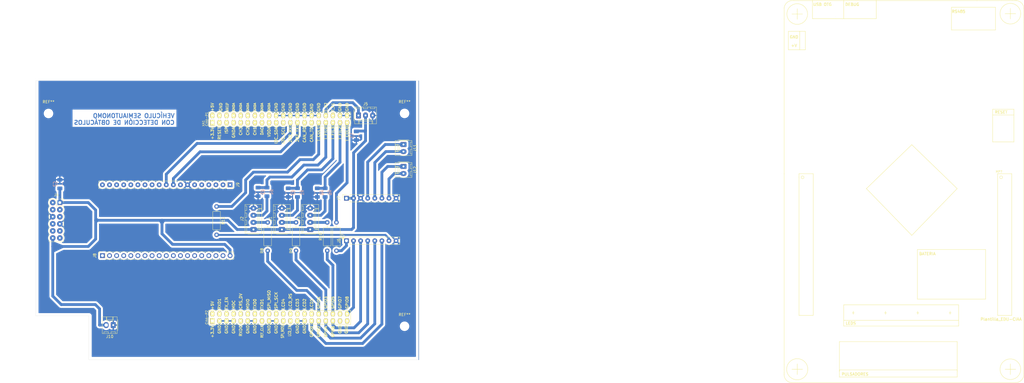
<source format=kicad_pcb>
(kicad_pcb (version 20241229) (generator "pcbnew") (generator_version "9.0")
  (layers (0 "F.Cu" signal) (2 "B.Cu" signal) (13 "F.Paste" user) (15 "B.Paste" user) (5 "F.SilkS" user "F.Silkscreen") (7 "B.SilkS" user "B.Silkscreen") (1 "F.Mask" user) (3 "B.Mask" user) (25 "Edge.Cuts" user))
  (net 0 "")
  (net 1 "Net-(J1-ECHO)")
  (net 2 "GND")
  (net 3 "Net-(J2-ECHO)")
  (net 4 "Net-(J3-ECHO)")
  (net 38 "3v3")
  (net 41 "TFIL2")
  (net 42 "TFIL3")
  (net 43 "TFIL0")
  (net 50 "Net-(J5-GNC)")
  (net 51 "GPIO6 AIN1")
  (net 52 "GPIO8 AIN2")
  (net 53 "GPIO2 BIN1")
  (net 54 "GPIO4 STBY")
  (net 55 "GPIO0 BIN2")
  (net 56 "vcc")
  (net 57 "TCOL1 PWMB")
  (net 58 "TCOL0 PWMA")
  (net 79 "D7  RS232_RX")
  (net 95 "D6  RS232_TX")
  (net 97 "B01")
  (net 98 "A02")
  (net 99 "B02")
  (net 100 "A01")
  (net 101 "DN1")
  (net 102 "SBU1")
  (net 103 "DP1")
  (net 104 "CC1")
  (net 105 "CC2")
  (net 106 "DN2")
  (net 107 "SBU2")
  (net 108 "DP2")
  (net 109 "GPIO3  TRIGGER 2")
  (net 110 "GPIO1 TRIGGER 1")
  (net 111 "GPIO5 TRIGGER 3")
  (net 112 "Net-(J1-trigger)")
  (net 113 "Net-(J2-trigger)")
  (net 114 "Net-(J3-trigger)")
  (net 115 "Net-(XA1A-tecCOL0)")
  (net 116 "Net-(XA1A-tecCOL1)")
  (footprint "Resistor_THT:R_Axial_DIN0207_L6.3mm_D2.5mm_P10.16mm_Horizontal" (layer "F.Cu") (at 152.4 85.217 -90)
    (property "Reference" "R11")
    (property "Value" "0")
  )
  (footprint "Connector_PinSocket_2.54mm:PinSocket_1x08_P2.54mm_Vertical" (layer "F.Cu") (at 198.897 82.271 90)
    (property "Reference" "J7")
    (property "Value" "Conn_01x08_Socket")
  )
  (footprint "Connector_PinSocket_2.54mm:PinSocket_1x19_P2.54mm_Vertical" (layer "F.Cu") (at 111.516 102.845 90)
    (property "Reference" "J8")
    (property "Value" "Conn_01x19")
  )
  (footprint "MountingHole:MountingHole_3.2mm_M3" (layer "F.Cu") (at 92.202 51.8668)
    (property "Reference" "REF**")
    (property "Value" "MountingHole_3.2mm_M3")
  )
  (footprint "Poncho_Esqueleto:Plantilla_EDU-CIAA" (layer "F.Cu") (at 433.37 74.75)
    (property "Reference" "MP?")
    (property "Value" "Plantilla_EDU-CIAA")
  )
  (footprint "Connector_Molex:Molex_KK-254_AE-6410-03A_1x03_P2.54mm_Vertical" (layer "F.Cu") (at 203.2 52.578)
    (property "Reference" "J5")
    (property "Value" "SERVO")
  )
  (footprint "Connector_Molex:Molex_KK-254_AE-6410-02A_1x02_P2.54mm_Vertical" (layer "F.Cu") (at 219.329 62.992 -90)
    (property "Reference" "J11")
    (property "Value" "Adafruit A")
  )
  (footprint "Connector_PinSocket_2.54mm:PinSocket_1x19_P2.54mm_Vertical" (layer "F.Cu") (at 157.236 77.445 -90)
    (property "Reference" "J9")
    (property "Value" "Conn_01x19")
  )
  (footprint "Connector_PinSocket_2.54mm:PinSocket_1x08_P2.54mm_Vertical" (layer "F.Cu") (at 198.897 97.511 90)
    (property "Reference" "J6")
    (property "Value" "Conn_01x08_Socket")
  )
  (footprint "Poncho_Esqueleto:Conn_Poncho_SinBorde" (layer "F.Cu") (at 150.876 55.1434 90)
    (property "Reference" "XA1")
    (property "Value" "Conn_Poncho2P_2x_20x2" (hide yes))
  )
  (footprint "Resistor_THT:R_Axial_DIN0207_L6.3mm_D2.5mm_P10.16mm_Horizontal" (layer "F.Cu") (at 195.326 90.932 -90)
    (property "Reference" "R7")
    (property "Value" "0")
  )
  (footprint "MountingHole:MountingHole_3.2mm_M3" (layer "F.Cu") (at 219.71 51.8414)
    (property "Reference" "REF**")
    (property "Value" "MountingHole_3.2mm_M3")
  )
  (footprint "Connector_Molex:Molex_KK-254_AE-6410-04A_1x04_P2.54mm_Vertical" (layer "F.Cu") (at 165.608 93.472 90)
    (property "Reference" "J2")
    (property "Value" "HC-sr04")
  )
  (footprint "Resistor_THT:R_Axial_DIN0207_L6.3mm_D2.5mm_P10.16mm_Horizontal" (layer "F.Cu") (at 170.688 101.092 90)
    (property "Reference" "R8")
    (property "Value" "0")
  )
  (footprint "Connector_Molex:Molex_KK-254_AE-6410-02A_1x02_P2.54mm_Vertical" (layer "F.Cu") (at 115.39 127.75 180)
    (property "Reference" "J10")
    (property "Value" "vcc Edu ciaa")
  )
  (footprint "Connector_PinSocket_2.54mm:PinSocket_2x06_P2.54mm_Vertical" (layer "F.Cu") (at 96.266 83.82)
    (property "Reference" "J4")
    (property "Value" "usb c socket")
  )
  (footprint "Resistor_THT:R_Axial_DIN0207_L6.3mm_D2.5mm_P10.16mm_Horizontal" (layer "F.Cu") (at 192.024 101.092 90)
    (property "Reference" "R10")
    (property "Value" "0")
  )
  (footprint "Connector_Molex:Molex_KK-254_AE-6410-02A_1x02_P2.54mm_Vertical" (layer "F.Cu") (at 219.329 70.866 -90)
    (property "Reference" "J12")
    (property "Value" "Adafruit B")
  )
  (footprint "Resistor_THT:R_Axial_DIN0207_L6.3mm_D2.5mm_P10.16mm_Horizontal" (layer "F.Cu") (at 180.848 101.092 90)
    (property "Reference" "R9")
    (property "Value" "0")
  )
  (footprint "MountingHole:MountingHole_3.2mm_M3" (layer "F.Cu") (at 219.71 128.1684)
    (property "Reference" "REF**")
    (property "Value" "MountingHole_3.2mm_M3")
  )
  (footprint "Connector_Molex:Molex_KK-254_AE-6410-04A_1x04_P2.54mm_Vertical" (layer "F.Cu") (at 175.788 93.472 90)
    (property "Reference" "J1")
    (property "Value" "HC-sr04")
  )
  (footprint "Connector_Molex:Molex_KK-254_AE-6410-04A_1x04_P2.54mm_Vertical" (layer "F.Cu") (at 185.928 93.472 90)
    (property "Reference" "J3")
    (property "Value" "HC-sr04")
  )
  (footprint "Resistor_SMD:R_1206_3216Metric_Pad1.30x1.75mm_HandSolder" (layer "B.Cu") (at 181.356 80.238 90)
    (property "Reference" "R1")
    (property "Value" "10k")
  )
  (footprint "Resistor_SMD:R_1206_3216Metric_Pad1.30x1.75mm_HandSolder" (layer "B.Cu") (at 178.054 80.238 90)
    (property "Reference" "R2")
    (property "Value" "20k")
  )
  (footprint "Capacitor_SMD:C_1206_3216Metric_Pad1.33x1.80mm_HandSolder" (layer "B.Cu") (at 96.266 77.1775 -90)
    (property "Reference" "C2")
    (property "Value" "C")
  )
  (footprint "Resistor_SMD:R_1206_3216Metric_Pad1.30x1.75mm_HandSolder" (layer "B.Cu") (at 170.434 79.984 90)
    (property "Reference" "R4")
    (property "Value" "10k")
  )
  (footprint "Resistor_SMD:R_1206_3216Metric_Pad1.30x1.75mm_HandSolder" (layer "B.Cu") (at 167.259 79.984 90)
    (property "Reference" "R3")
    (property "Value" "20k")
  )
  (footprint "Capacitor_SMD:C_1206_3216Metric_Pad1.33x1.80mm_HandSolder" (layer "B.Cu") (at 202.438 59.8555 -90)
    (property "Reference" "C1")
    (property "Value" "C")
  )
  (footprint "Resistor_SMD:R_1206_3216Metric_Pad1.30x1.75mm_HandSolder" (layer "B.Cu") (at 188.468 80.238 90)
    (property "Reference" "R5")
    (property "Value" "20k")
  )
  (footprint "Resistor_SMD:R_1206_3216Metric_Pad1.30x1.75mm_HandSolder" (layer "B.Cu") (at 191.262 80.238 90)
    (property "Reference" "R6")
    (property "Value" "10k")
  )
  (gr_line (start 224.79 90.18) (end 224.79 140.18) (stroke (width 0.2)) (layer "B.Cu"))
  (gr_line (start 224.79 90.18) (end 224.79 40.18) (stroke (width 0.2)) (layer "B.Cu"))
  (gr_line (start 224.79 140.15) (end 106.68 140.15) (stroke (width 0.05)) (layer "Edge.Cuts"))
  (gr_line (start 87.63 55.88) (end 87.63 124.46) (stroke (width 0.05)) (layer "Edge.Cuts"))
  (gr_line (start 87.63 40.15) (end 224.79 40.15) (stroke (width 0.05)) (layer "Edge.Cuts"))
  (gr_line (start 87.63 124.46) (end 106.68 124.46) (stroke (width 0.05)) (layer "Edge.Cuts"))
  (gr_line (start 106.68 124.46) (end 106.68 140.15) (stroke (width 0.05)) (layer "Edge.Cuts"))
  (gr_line (start 87.63 40.15) (end 87.63 55.88) (stroke (width 0.05)) (layer "Edge.Cuts"))
  (gr_line (start 224.79 40.15) (end 224.79 140.15) (stroke (width 0.05)) (layer "Edge.Cuts"))
  (gr_text "VEHÍCULO SEMIAUTONOMO\nCON DETECCIÓN DE OBTÁCULOS" (at 137.5 56 0) (layer "B.Cu") (effects (font (size 1.5 1.5) (thickness 0.3) (bold yes)) (justify left bottom mirror)))
  (gr_text "CAN_TD" (at 186.436 59.4614 90) (layer "F.SilkS") (effects (font (size 1 1) (thickness 0.2))))
  (segment (start 176.022 88.392) (end 179.578 88.392) (width 1) (layer "B.Cu") (net 1))
  (segment (start 181.356 86.614) (end 181.356 81.788) (width 1) (layer "B.Cu") (net 1))
  (segment (start 179.578 88.392) (end 181.356 86.614) (width 1) (layer "B.Cu") (net 1))
  (segment (start 168.91 88.392) (end 170.434 86.868) (width 1) (layer "B.Cu") (net 3))
  (segment (start 165.608 88.392) (end 168.91 88.392) (width 1) (layer "B.Cu") (net 3))
  (segment (start 170.434 86.868) (end 170.434 81.534) (width 1) (layer "B.Cu") (net 3))
  (segment (start 191.262 86.868) (end 191.262 81.788) (width 1) (layer "B.Cu") (net 4))
  (segment (start 185.928 88.392) (end 189.738 88.392) (width 1) (layer "B.Cu") (net 4))
  (segment (start 189.738 88.392) (end 191.262 86.868) (width 1) (layer "B.Cu") (net 4))
  (segment (start 191.262 78.688) (end 188.468 78.688) (width 1) (layer "B.Cu") (net 41))
  (segment (start 196.596 69.342) (end 196.596 55.1434) (width 1) (layer "B.Cu") (net 41))
  (segment (start 191.262 74.676) (end 196.596 69.342) (width 1) (layer "B.Cu") (net 41))
  (segment (start 191.262 78.688) (end 191.262 74.676) (width 1) (layer "B.Cu") (net 41))
  (segment (start 181.356 75.692) (end 184.948 72.1) (width 1) (layer "B.Cu") (net 42))
  (segment (start 181.356 78.688) (end 181.356 75.692) (width 1) (layer "B.Cu") (net 42))
  (segment (start 181.356 78.688) (end 178.054 78.688) (width 1) (layer "B.Cu") (net 42))
  (segment (start 184.948 72.1) (end 190.028 72.1) (width 1) (layer "B.Cu") (net 42))
  (segment (start 194.056 68.072) (end 194.056 55.1434) (width 1) (layer "B.Cu") (net 42))
  (segment (start 190.028 72.1) (end 194.056 68.072) (width 1) (layer "B.Cu") (net 42))
  (segment (start 170.434 78.434) (end 167.259 78.434) (width 1) (layer "B.Cu") (net 43))
  (segment (start 179.324 74.676) (end 183.642 70.358) (width 1) (layer "B.Cu") (net 43))
  (segment (start 170.434 78.434) (end 170.434 75.692) (width 1) (layer "B.Cu") (net 43))
  (segment (start 171.45 74.676) (end 179.324 74.676) (width 1) (layer "B.Cu") (net 43))
  (segment (start 191.516 67.564) (end 191.516 55.1434) (width 1) (layer "B.Cu") (net 43))
  (segment (start 170.434 75.692) (end 171.45 74.676) (width 1) (layer "B.Cu") (net 43))
  (segment (start 188.722 70.358) (end 191.516 67.564) (width 1) (layer "B.Cu") (net 43))
  (segment (start 183.642 70.358) (end 188.722 70.358) (width 1) (layer "B.Cu") (net 43))
  (segment (start 191.516 50.546) (end 194.072 47.99) (width 1) (layer "B.Cu") (net 50))
  (segment (start 191.516 52.6034) (end 191.516 50.546) (width 1) (layer "B.Cu") (net 50))
  (segment (start 201.16 47.99) (end 203.2 50.03) (width 1) (layer "B.Cu") (net 50))
  (segment (start 203.2 50.03) (end 203.2 52.578) (width 1) (layer "B.Cu") (net 50))
  (segment (start 194.072 47.99) (end 201.16 47.99) (width 1) (layer "B.Cu") (net 50))
  (segment (start 194.056 126.2634) (end 194.056 127.746) (width 1) (layer "B.Cu") (net 51))
  (segment (start 195.05 128.74) (end 201.63 128.74) (width 1) (layer "B.Cu") (net 51))
  (segment (start 203.977 126.393) (end 203.977 97.511) (width 1) (layer "B.Cu") (net 51))
  (segment (start 194.056 127.746) (end 195.05 128.74) (width 1) (layer "B.Cu") (net 51))
  (segment (start 201.63 128.74) (end 203.977 126.393) (width 1) (layer "B.Cu") (net 51))
  (segment (start 201.437 121.4224) (end 201.437 97.511) (width 1) (layer "B.Cu") (net 52))
  (segment (start 199.136 123.7234) (end 201.437 121.4224) (width 1) (layer "B.Cu") (net 52))
  (segment (start 188.976 126.2634) (end 188.976 128.196) (width 1) (layer "B.Cu") (net 53))
  (segment (start 203.93 132.43) (end 209.057 127.303) (width 1) (layer "B.Cu") (net 53))
  (segment (start 188.976 128.196) (end 193.21 132.43) (width 1) (layer "B.Cu") (net 53))
  (segment (start 193.21 132.43) (end 203.93 132.43) (width 1) (layer "B.Cu") (net 53))
  (segment (start 209.057 127.303) (end 209.057 97.511) (width 1) (layer "B.Cu") (net 53))
  (segment (start 206.517 127.303) (end 206.517 97.511) (width 1) (layer "B.Cu") (net 54))
  (segment (start 193.951865 130.52) (end 203.3 130.52) (width 1) (layer "B.Cu") (net 54))
  (segment (start 203.3 130.52) (end 206.517 127.303) (width 1) (layer "B.Cu") (net 54))
  (segment (start 191.516 126.2634) (end 191.516 128.084135) (width 1) (layer "B.Cu") (net 54))
  (segment (start 191.516 128.084135) (end 193.951865 130.52) (width 1) (layer "B.Cu") (net 54))
  (segment (start 186.436 126.2634) (end 186.436 129.235712) (width 1) (layer "B.Cu") (net 55))
  (segment (start 191.540288 134.34) (end 204.69 134.34) (width 1) (layer "B.Cu") (net 55))
  (segment (start 204.69 134.34) (end 211.597 127.433) (width 1) (layer "B.Cu") (net 55))
  (segment (start 211.597 127.433) (end 211.597 97.511) (width 1) (layer "B.Cu") (net 55))
  (segment (start 186.436 129.235712) (end 191.540288 134.34) (width 1) (layer "B.Cu") (net 55))
  (segment (start 109.093 86.487) (end 106.426 83.82) (width 1) (layer "B.Cu") (net 56))
  (segment (start 93.726 96.52) (end 93.726 99.568) (width 1) (layer "B.Cu") (net 56))
  (segment (start 201.4728 82.2352) (end 201.4728 65.9384) (width 1) (layer "B.Cu") (net 56))
  (segment (start 109.093 90.17) (end 109.093 96.901) (width 1) (layer "B.Cu") (net 56))
  (segment (start 157.226 100.711) (end 155.321 98.806) (width 1) (layer "B.Cu") (net 56))
  (segment (start 157.236 102.845) (end 157.226 102.835) (width 1) (layer "B.Cu") (net 56))
  (segment (start 201.4728 65.9384) (end 205.74 61.6712) (width 1) (layer "B.Cu") (net 56))
  (segment (start 159.766 93.472) (end 156.464 90.17) (width 1) (layer "B.Cu") (net 56))
  (segment (start 201.437 92.822) (end 201.437 82.271) (width 1) (layer "B.Cu") (net 56))
  (segment (start 110.495 121.925) (end 110.495 127.742) (width 1) (layer "B.Cu") (net 56))
  (segment (start 93.726 99.568) (end 93.726 117.348) (width 1) (layer "B.Cu") (net 56))
  (segment (start 185.928 93.472) (end 200.787 93.472) (width 1) (layer "B.Cu") (net 56))
  (segment (start 96.266 78.74) (end 96.266 83.82) (width 1) (layer "B.Cu") (net 56))
  (segment (start 109.093 96.901) (end 106.426 99.568) (width 1) (layer "B.Cu") (net 56))
  (segment (start 200.787 93.472) (end 201.437 92.822) (width 1) (layer "B.Cu") (net 56))
  (segment (start 132.842 90.17) (end 109.093 90.17) (width 1) (layer "B.Cu") (net 56))
  (segment (start 106.426 99.568) (end 93.726 99.568) (width 1) (layer "B.Cu") (net 56))
  (segment (start 201.437 82.271) (end 201.295 82.129) (width 1) (layer "B.Cu") (net 56))
  (segment (start 203.2 58.166) (end 205.613 58.166) (width 1) (layer "B.Cu") (net 56))
  (segment (start 132.842 94.996) (end 132.842 90.17) (width 1) (layer "B.Cu") (net 56))
  (segment (start 96.774 120.396) (end 108.966 120.396) (width 1) (layer "B.Cu") (net 56))
  (segment (start 165.608 93.472) (end 159.766 93.472) (width 1) (layer "B.Cu") (net 56))
  (segment (start 205.74 58.039) (end 205.74 52.578) (width 1) (layer "B.Cu") (net 56))
  (segment (start 205.74 61.6712) (end 205.74 58.039) (width 1) (layer "B.Cu") (net 56))
  (segment (start 93.726 117.348) (end 96.774 120.396) (width 1) (layer "B.Cu") (net 56))
  (segment (start 136.652 98.806) (end 132.842 94.996) (width 1) (layer "B.Cu") (net 56))
  (segment (start 205.613 58.166) (end 205.74 58.039) (width 1) (layer "B.Cu") (net 56))
  (segment (start 165.608 93.472) (end 176.022 93.472) (width 1) (layer "B.Cu") (net 56))
  (segment (start 110.503 127.75) (end 112.85 127.75) (width 1) (layer "B.Cu") (net 56))
  (segment (start 110.495 127.742) (end 110.503 127.75) (width 1) (layer "B.Cu") (net 56))
  (segment (start 106.426 83.82) (end 96.266 83.82) (width 1) (layer "B.Cu") (net 56))
  (segment (start 157.226 102.835) (end 157.226 100.711) (width 1) (layer "B.Cu") (net 56))
  (segment (start 201.437 82.271) (end 201.4728 82.2352) (width 1) (layer "B.Cu") (net 56))
  (segment (start 108.966 120.396) (end 110.495 121.925) (width 1) (layer "B.Cu") (net 56))
  (segment (start 109.093 90.17) (end 109.093 86.487) (width 1) (layer "B.Cu") (net 56))
  (segment (start 155.321 98.806) (end 136.652 98.806) (width 1) (layer "B.Cu") (net 56))
  (segment (start 176.022 93.472) (end 185.928 93.472) (width 1) (layer "B.Cu") (net 56))
  (segment (start 198.897 82.271) (end 201.437 82.271) (width 1) (layer "B.Cu") (net 56))
  (segment (start 156.464 90.17) (end 132.842 90.17) (width 1) (layer "B.Cu") (net 56))
  (segment (start 152.443 95.42) (end 152.4 95.377) (width 0.7) (layer "B.Cu") (net 57))
  (segment (start 214.137 96.697) (end 212.86 95.42) (width 0.7) (layer "B.Cu") (net 57))
  (segment (start 214.137 97.511) (end 214.137 96.697) (width 0.7) (layer "B.Cu") (net 57))
  (segment (start 212.86 95.42) (end 152.443 95.42) (width 0.7) (layer "B.Cu") (net 57))
  (segment (start 198.897 99.299) (end 197.104 101.092) (width 1) (layer "B.Cu") (net 58))
  (segment (start 197.104 101.092) (end 195.326 101.092) (width 1) (layer "B.Cu") (net 58))
  (segment (start 198.897 97.511) (end 198.897 99.299) (width 1) (layer "B.Cu") (net 58))
  (segment (start 178.816 58.928) (end 178.816 55.1434) (width 1) (layer "B.Cu") (net 79))
  (segment (start 175.133 62.611) (end 178.816 58.928) (width 1) (layer "B.Cu") (net 79))
  (segment (start 134.376 73.65) (end 145.415 62.611) (width 1) (layer "B.Cu") (net 79))
  (segment (start 134.376 77.445) (end 134.376 73.65) (width 1) (layer "B.Cu") (net 79))
  (segment (start 145.415 62.611) (end 175.133 62.611) (width 1) (layer "B.Cu") (net 79))
  (segment (start 175.35 65.62) (end 181.356 59.614) (width 1) (layer "B.Cu") (net 95))
  (segment (start 136.916 75.174) (end 146.47 65.62) (width 1) (layer "B.Cu") (net 95))
  (segment (start 181.356 59.614) (end 181.356 55.1434) (width 1) (layer "B.Cu") (net 95))
  (segment (start 136.916 77.445) (end 136.916 75.174) (width 1) (layer "B.Cu") (net 95))
  (segment (start 146.47 65.62) (end 175.35 65.62) (width 1) (layer "B.Cu") (net 95))
  (segment (start 214.137 75.3214) (end 216.0524 73.406) (width 1) (layer "B.Cu") (net 97))
  (segment (start 214.137 82.271) (end 214.137 75.3214) (width 1) (layer "B.Cu") (net 97))
  (segment (start 216.0524 73.406) (end 219.329 73.406) (width 1) (layer "B.Cu") (net 97))
  (segment (start 213.0044 65.532) (end 219.329 65.532) (width 1) (layer "B.Cu") (net 98))
  (segment (start 209.057 82.271) (end 209.057 69.4794) (width 1) (layer "B.Cu") (net 98))
  (segment (start 209.057 69.4794) (end 213.0044 65.532) (width 1) (layer "B.Cu") (net 98))
  (segment (start 213.6648 70.866) (end 219.329 70.866) (width 1) (layer "B.Cu") (net 99))
  (segment (start 211.597 72.913) (end 211.6074 72.9234) (width 1) (layer "B.Cu") (net 99))
  (segment (start 211.597 82.271) (end 211.597 72.913) (width 1) (layer "B.Cu") (net 99))
  (segment (start 211.6074 72.9234) (end 213.6648 70.866) (width 1) (layer "B.Cu") (net 99))
  (segment (start 212.8012 62.992) (end 219.329 62.992) (width 1) (layer "B.Cu") (net 100))
  (segment (start 206.517 82.271) (end 206.517 69.2762) (width 1) (layer "B.Cu") (net 100))
  (segment (start 206.517 69.2762) (end 212.8012 62.992) (width 1) (layer "B.Cu") (net 100))
  (segment (start 180.848 101.092) (end 180.848 104.394) (width 1) (layer "B.Cu") (net 109))
  (segment (start 180.848 104.394) (end 191.516 115.062) (width 1) (layer "B.Cu") (net 109))
  (segment (start 191.516 115.062) (end 191.516 123.7234) (width 1) (layer "B.Cu") (net 109))
  (segment (start 188.976 123.7234) (end 188.976 119.634) (width 1) (layer "B.Cu") (net 110))
  (segment (start 181.102 115.316) (end 170.688 104.902) (width 1) (layer "B.Cu") (net 110))
  (segment (start 184.658 115.316) (end 181.102 115.316) (width 1) (layer "B.Cu") (net 110))
  (segment (start 170.688 104.902) (end 170.688 101.092) (width 1) (layer "B.Cu") (net 110))
  (segment (start 188.976 119.634) (end 184.658 115.316) (width 1) (layer "B.Cu") (net 110))
  (segment (start 192.024 104.267) (end 194.056 106.299) (width 1) (layer "B.Cu") (net 111))
  (segment (start 194.056 106.299) (end 194.056 123.7234) (width 1) (layer "B.Cu") (net 111))
  (segment (start 192.024 101.092) (end 192.024 104.267) (width 1) (layer "B.Cu") (net 111))
  (segment (start 180.848 90.932) (end 176.022 90.932) (width 1) (layer "B.Cu") (net 112))
  (segment (start 170.688 90.932) (end 165.608 90.932) (width 1) (layer "B.Cu") (net 113))
  (segment (start 192.024 90.932) (end 185.928 90.932) (width 1) (layer "B.Cu") (net 114))
  (segment (start 195.326 80.518) (end 199.136 76.708) (width 1) (layer "B.Cu") (net 115))
  (segment (start 199.136 76.708) (end 199.136 55.1434) (width 1) (layer "B.Cu") (net 115))
  (segment (start 195.326 90.932) (end 195.326 80.518) (width 1) (layer "B.Cu") (net 115))
  (segment (start 157.861 85.217) (end 162.814 80.264) (width 1) (layer "B.Cu") (net 116))
  (segment (start 177.8 72.898) (end 182.288 68.41) (width 1) (layer "B.Cu") (net 116))
  (segment (start 187.06 68.41) (end 188.976 66.494) (width 1) (layer "B.Cu") (net 116))
  (segment (start 162.814 80.264) (end 162.814 75.692) (width 1) (layer "B.Cu") (net 116))
  (segment (start 162.814 75.692) (end 165.608 72.898) (width 1) (layer "B.Cu") (net 116))
  (segment (start 188.976 66.494) (end 188.976 55.1434) (width 1) (layer "B.Cu") (net 116))
  (segment (start 152.4 85.217) (end 157.861 85.217) (width 1) (layer "B.Cu") (net 116))
  (segment (start 182.288 68.41) (end 187.06 68.41) (width 1) (layer "B.Cu") (net 116))
  (segment (start 165.608 72.898) (end 177.8 72.898) (width 1) (layer "B.Cu") (net 116))
  (zone (net 2) (net_name "GND") (layer "B.Cu") (connect_pads (clearance 0.5)) (min_thickness 0.25) (fill yes (thermal_gap 0.5) (thermal_bridge_width 0.5))
    (polygon (pts (xy 224.79 40.14) (xy 224.79 140.15) (xy 87.63 140.15) (xy 87.63 40.14)))
  )
  (zone (net 56) (net_name "vcc") (layer "B.Cu") (priority 4) (connect_pads (clearance 0.5)) (min_thickness 0.25) (fill yes (thermal_gap 0.5) (thermal_bridge_width 0.5))
    (polygon (pts (xy 204.5208 58.166) (xy 205.74 59.182) (xy 205.74 57.3024)))
  )
  (zone (net 56) (net_name "vcc") (layer "B.Cu") (priority 1) (connect_pads (clearance 0.5)) (min_thickness 0.25) (fill yes (thermal_gap 0.5) (thermal_bridge_width 0.5))
    (polygon (pts (xy 134.112 90.17) (xy 131.572 90.17) (xy 132.842 92.202)))
  )
  (zone (net 56) (net_name "vcc") (layer "B.Cu") (priority 3) (connect_pads (clearance 0.5)) (min_thickness 0.25) (fill yes (thermal_gap 0.5) (thermal_bridge_width 0.5))
    (polygon (pts (xy 98.44 99.568) (xy 93.726 97.65) (xy 93.726 101.85)))
  )
  (zone (net 56) (net_name "vcc") (layer "B.Cu") (priority 2) (connect_pads (clearance 0.5)) (min_thickness 0.25) (fill yes (thermal_gap 0.5) (thermal_bridge_width 0.5))
    (polygon (pts (xy 109.093 88.9) (xy 110.49 90.17) (xy 109.093 91.44)))
  )
)
</source>
